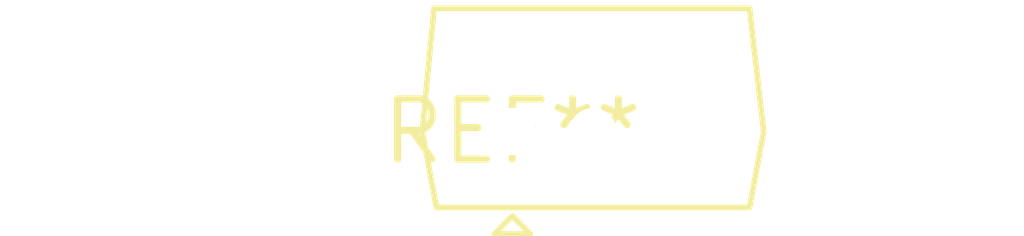
<source format=kicad_pcb>
(kicad_pcb (version 20240108) (generator pcbnew)
  (layers (0 "F.Cu" signal) (31 "B.Cu" signal) (34 "B.Paste" user) (35 "F.Paste" user) (36 "B.SilkS" user "B.Silkscreen") (37 "F.SilkS" user "F.Silkscreen") (38 "B.Mask" user) (39 "F.Mask" user) (44 "Edge.Cuts" user))
  (net 0 "")
  (footprint "NEC_Molded_7x4x9mm" (layer "F.Cu") (at 0 0)
    (property "Reference" "REF**")
    (property "Value" "NEC_Molded_7x4x9mm")
    (fp_line (start -1.9 0) (end -1.6 1.6) (layer "F.SilkS") (stroke (width 0.12)))
    (fp_line (start -1.65 -2.6) (end -1.9 0) (layer "F.SilkS") (stroke (width 0.12)))
    (fp_line (start -1.6 1.6) (end 5 1.6) (layer "F.SilkS") (stroke (width 0.12)))
    (fp_line (start -0.381 2.159) (end 0.381 2.159) (layer "F.SilkS") (stroke (width 0.12)))
    (fp_line (start 0 1.778) (end -0.381 2.159) (layer "F.SilkS") (stroke (width 0.12)))
    (fp_line (start 0.381 2.159) (end 0 1.778) (layer "F.SilkS") (stroke (width 0.12)))
    (fp_line (start 5 -2.6) (end -1.65 -2.6) (layer "F.SilkS") (stroke (width 0.12)))
    (fp_line (start 5 1.6) (end 5.3 0) (layer "F.SilkS") (stroke (width 0.12)))
    (fp_line (start 5.3 0) (end 5 -2.6) (layer "F.SilkS") (stroke (width 0.12)))
    (pad "1" thru_hole rect (at 0 0 180) (size 1.4 2) (drill 1) (layers *.Cu *.Mask) (remove_unused_layers))
    (pad "2" thru_hole oval (at 1.7 0 180) (size 1.4 2) (drill 1) (layers *.Cu *.Mask) (remove_unused_layers))
    (pad "3" thru_hole oval (at 3.4 0 180) (size 1.4 2) (drill 1) (layers *.Cu *.Mask) (remove_unused_layers))
  )
)
</source>
